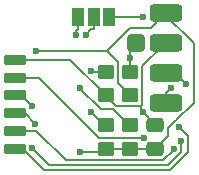
<source format=gbr>
%TF.GenerationSoftware,KiCad,Pcbnew,(6.0.7)*%
%TF.CreationDate,2023-04-20T23:19:39+02:00*%
%TF.ProjectId,gosund-esp-adapter,676f7375-6e64-42d6-9573-702d61646170,rev?*%
%TF.SameCoordinates,Original*%
%TF.FileFunction,Copper,L2,Bot*%
%TF.FilePolarity,Positive*%
%FSLAX46Y46*%
G04 Gerber Fmt 4.6, Leading zero omitted, Abs format (unit mm)*
G04 Created by KiCad (PCBNEW (6.0.7)) date 2023-04-20 23:19:39*
%MOMM*%
%LPD*%
G01*
G04 APERTURE LIST*
G04 Aperture macros list*
%AMRoundRect*
0 Rectangle with rounded corners*
0 $1 Rounding radius*
0 $2 $3 $4 $5 $6 $7 $8 $9 X,Y pos of 4 corners*
0 Add a 4 corners polygon primitive as box body*
4,1,4,$2,$3,$4,$5,$6,$7,$8,$9,$2,$3,0*
0 Add four circle primitives for the rounded corners*
1,1,$1+$1,$2,$3*
1,1,$1+$1,$4,$5*
1,1,$1+$1,$6,$7*
1,1,$1+$1,$8,$9*
0 Add four rect primitives between the rounded corners*
20,1,$1+$1,$2,$3,$4,$5,0*
20,1,$1+$1,$4,$5,$6,$7,0*
20,1,$1+$1,$6,$7,$8,$9,0*
20,1,$1+$1,$8,$9,$2,$3,0*%
G04 Aperture macros list end*
%TA.AperFunction,SMDPad,CuDef*%
%ADD10R,1.000000X1.500000*%
%TD*%
%TA.AperFunction,SMDPad,CuDef*%
%ADD11RoundRect,0.090000X-0.810000X-0.360000X0.810000X-0.360000X0.810000X0.360000X-0.810000X0.360000X0*%
%TD*%
%TA.AperFunction,SMDPad,CuDef*%
%ADD12RoundRect,0.250000X0.450000X-0.350000X0.450000X0.350000X-0.450000X0.350000X-0.450000X-0.350000X0*%
%TD*%
%TA.AperFunction,SMDPad,CuDef*%
%ADD13RoundRect,0.381000X0.381000X-0.381000X0.381000X0.381000X-0.381000X0.381000X-0.381000X-0.381000X0*%
%TD*%
%TA.AperFunction,SMDPad,CuDef*%
%ADD14RoundRect,0.250000X-0.450000X0.350000X-0.450000X-0.350000X0.450000X-0.350000X0.450000X0.350000X0*%
%TD*%
%TA.AperFunction,SMDPad,CuDef*%
%ADD15RoundRect,0.250000X0.475000X-0.337500X0.475000X0.337500X-0.475000X0.337500X-0.475000X-0.337500X0*%
%TD*%
%TA.AperFunction,SMDPad,CuDef*%
%ADD16RoundRect,0.381000X-1.012000X-0.381000X1.012000X-0.381000X1.012000X0.381000X-1.012000X0.381000X0*%
%TD*%
%TA.AperFunction,ViaPad*%
%ADD17C,0.600000*%
%TD*%
%TA.AperFunction,Conductor*%
%ADD18C,0.200000*%
%TD*%
G04 APERTURE END LIST*
D10*
%TO.P,JP1,1,A*%
%TO.N,/ADC*%
X144750000Y-83108800D03*
%TO.P,JP1,2,C*%
%TO.N,/JP1*%
X146050000Y-83108800D03*
%TO.P,JP1,3,B*%
%TO.N,/IO16*%
X147350000Y-83108800D03*
%TD*%
D11*
%TO.P,J1,8,RX*%
%TO.N,/RX*%
X139435000Y-94246000D03*
%TO.P,J1,9,A17*%
%TO.N,/IO4*%
X139435000Y-92746000D03*
%TO.P,J1,10,A19*%
%TO.N,/IO15*%
X139435000Y-91246000D03*
%TO.P,J1,11,A4*%
%TO.N,/IO12*%
X139435000Y-89746000D03*
%TO.P,J1,12,A2*%
%TO.N,/IO2*%
X139435000Y-88246000D03*
%TO.P,J1,13,GND*%
%TO.N,GND*%
X139435000Y-86746000D03*
%TD*%
D12*
%TO.P,R1,1*%
%TO.N,VCC*%
X149098000Y-94268800D03*
%TO.P,R1,2*%
%TO.N,Net-(R1-Pad2)*%
X149098000Y-92268800D03*
%TD*%
%TO.P,R3,1*%
%TO.N,VCC*%
X149098000Y-89747600D03*
%TO.P,R3,2*%
%TO.N,/IO0*%
X149098000Y-87747600D03*
%TD*%
%TO.P,R2,1*%
%TO.N,VCC*%
X147066000Y-94268800D03*
%TO.P,R2,2*%
%TO.N,/RST*%
X147066000Y-92268800D03*
%TD*%
D13*
%TO.P,J3,1,Pin_1*%
%TO.N,/IO0*%
X149606000Y-85293200D03*
%TD*%
D14*
%TO.P,R4,1*%
%TO.N,/IO15*%
X147066000Y-87747600D03*
%TO.P,R4,2*%
%TO.N,GND*%
X147066000Y-89747600D03*
%TD*%
D15*
%TO.P,C1,1*%
%TO.N,VCC*%
X151282400Y-94306300D03*
%TO.P,C1,2*%
%TO.N,GND*%
X151282400Y-92231300D03*
%TD*%
D16*
%TO.P,J2,1,Pin_1*%
%TO.N,VCC*%
X152146000Y-82753200D03*
%TO.P,J2,2,Pin_2*%
%TO.N,GND*%
X152146000Y-85293200D03*
%TO.P,J2,3,Pin_3*%
%TO.N,/RX*%
X152146000Y-87833200D03*
%TO.P,J2,4,Pin_4*%
%TO.N,/TX*%
X152146000Y-90373200D03*
%TD*%
D17*
%TO.N,/ADC*%
X144604900Y-84672800D03*
%TO.N,/JP1*%
X145409800Y-84617000D03*
%TO.N,/IO16*%
X150234500Y-83118000D03*
%TO.N,/TX*%
X152592900Y-89103200D03*
%TO.N,/RX*%
X153912500Y-88768100D03*
X153256200Y-92425200D03*
%TO.N,/IO5*%
X153441500Y-93643400D03*
X140841800Y-94200700D03*
%TO.N,/IO4*%
X152823200Y-94254900D03*
%TO.N,/IO2*%
X150323700Y-93347300D03*
%TO.N,/IO12*%
X140836400Y-90654200D03*
%TO.N,/IO15*%
X141116500Y-92144800D03*
X145860300Y-87676800D03*
%TO.N,/IO0*%
X149098000Y-86567500D03*
%TO.N,/RST*%
X145823700Y-91133400D03*
%TO.N,Net-(R1-Pad2)*%
X144924600Y-89087100D03*
%TO.N,GND*%
X150220100Y-91169000D03*
%TO.N,VCC*%
X141219500Y-85996000D03*
X144895000Y-94545800D03*
%TD*%
D18*
%TO.N,/ADC*%
X144604900Y-84304200D02*
X144750000Y-84159100D01*
X144604900Y-84672800D02*
X144604900Y-84304200D01*
X144750000Y-83108800D02*
X144750000Y-84159100D01*
%TO.N,/JP1*%
X145867700Y-84159100D02*
X145409800Y-84617000D01*
X146050000Y-84159100D02*
X145867700Y-84159100D01*
X146050000Y-83108800D02*
X146050000Y-84159100D01*
%TO.N,/IO16*%
X147350000Y-83108800D02*
X148150300Y-83108800D01*
X148159500Y-83118000D02*
X150234500Y-83118000D01*
X148150300Y-83108800D02*
X148159500Y-83118000D01*
%TO.N,/TX*%
X152146000Y-89550100D02*
X152592900Y-89103200D01*
X152146000Y-90373200D02*
X152146000Y-89550100D01*
%TO.N,/RX*%
X152977600Y-87833200D02*
X153912500Y-88768100D01*
X152146000Y-87833200D02*
X152977600Y-87833200D01*
X140038000Y-94246000D02*
X139435000Y-94246000D01*
X141824800Y-96032800D02*
X140038000Y-94246000D01*
X152560800Y-96032800D02*
X141824800Y-96032800D01*
X154050400Y-94543200D02*
X152560800Y-96032800D01*
X154050400Y-93219400D02*
X154050400Y-94543200D01*
X153256200Y-92425200D02*
X154050400Y-93219400D01*
%TO.N,/IO5*%
X153441500Y-94517400D02*
X153441500Y-93643400D01*
X152326900Y-95632000D02*
X153441500Y-94517400D01*
X142273100Y-95632000D02*
X152326900Y-95632000D01*
X140841800Y-94200700D02*
X142273100Y-95632000D01*
%TO.N,/IO4*%
X152823200Y-94379700D02*
X152823200Y-94254900D01*
X151971300Y-95231600D02*
X152823200Y-94379700D01*
X143687200Y-95231600D02*
X151971300Y-95231600D01*
X141201600Y-92746000D02*
X143687200Y-95231600D01*
X139435000Y-92746000D02*
X141201600Y-92746000D01*
%TO.N,/IO2*%
X146556100Y-93347300D02*
X150323700Y-93347300D01*
X141454800Y-88246000D02*
X146556100Y-93347300D01*
X139435000Y-88246000D02*
X141454800Y-88246000D01*
%TO.N,/IO12*%
X139928200Y-89746000D02*
X139435000Y-89746000D01*
X140836400Y-90654200D02*
X139928200Y-89746000D01*
%TO.N,/IO15*%
X140217700Y-91246000D02*
X141116500Y-92144800D01*
X139435000Y-91246000D02*
X140217700Y-91246000D01*
X145931100Y-87747600D02*
X145860300Y-87676800D01*
X147066000Y-87747600D02*
X145931100Y-87747600D01*
%TO.N,/IO0*%
X149098000Y-87747600D02*
X149098000Y-86567500D01*
X149098000Y-85801200D02*
X149606000Y-85293200D01*
X149098000Y-86567500D02*
X149098000Y-85801200D01*
%TO.N,/RST*%
X146959100Y-92268800D02*
X145823700Y-91133400D01*
X147066000Y-92268800D02*
X146959100Y-92268800D01*
%TO.N,Net-(R1-Pad2)*%
X144924600Y-89199400D02*
X144924600Y-89087100D01*
X146645100Y-90919900D02*
X144924600Y-89199400D01*
X147672000Y-90919900D02*
X146645100Y-90919900D01*
X149020900Y-92268800D02*
X147672000Y-90919900D01*
X149098000Y-92268800D02*
X149020900Y-92268800D01*
%TO.N,GND*%
X150145800Y-90602100D02*
X150084800Y-90663100D01*
X150145800Y-87293400D02*
X150145800Y-90602100D01*
X152146000Y-85293200D02*
X150145800Y-87293400D01*
X147981500Y-90663100D02*
X147066000Y-89747600D01*
X150084800Y-90663100D02*
X147981500Y-90663100D01*
X144064400Y-86746000D02*
X147066000Y-89747600D01*
X139435000Y-86746000D02*
X144064400Y-86746000D01*
X151282400Y-92231300D02*
X150220100Y-91169000D01*
X150084800Y-91033700D02*
X150084800Y-90663100D01*
X150220100Y-91169000D02*
X150084800Y-91033700D01*
%TO.N,VCC*%
X148082000Y-86924300D02*
X147153700Y-85996000D01*
X148082000Y-88731600D02*
X148082000Y-86924300D01*
X149098000Y-89747600D02*
X148082000Y-88731600D01*
X147153700Y-85996000D02*
X141219500Y-85996000D01*
X150880400Y-84018800D02*
X152051800Y-82847400D01*
X149130900Y-84018800D02*
X150880400Y-84018800D01*
X147153700Y-85996000D02*
X149130900Y-84018800D01*
X152051800Y-82847400D02*
X152146000Y-82753200D01*
X151282400Y-94268800D02*
X149098000Y-94268800D01*
X151282400Y-94268800D02*
X151282400Y-94306300D01*
X152332600Y-93218600D02*
X151282400Y-94268800D01*
X152332600Y-92499900D02*
X152332600Y-93218600D01*
X153007600Y-91824900D02*
X152332600Y-92499900D01*
X153051400Y-91824900D02*
X153007600Y-91824900D01*
X154515500Y-90360800D02*
X153051400Y-91824900D01*
X154515500Y-85311100D02*
X154515500Y-90360800D01*
X152051800Y-82847400D02*
X154515500Y-85311100D01*
X147066000Y-94268800D02*
X149098000Y-94268800D01*
X146789000Y-94545800D02*
X144895000Y-94545800D01*
X147066000Y-94268800D02*
X146789000Y-94545800D01*
%TD*%
M02*

</source>
